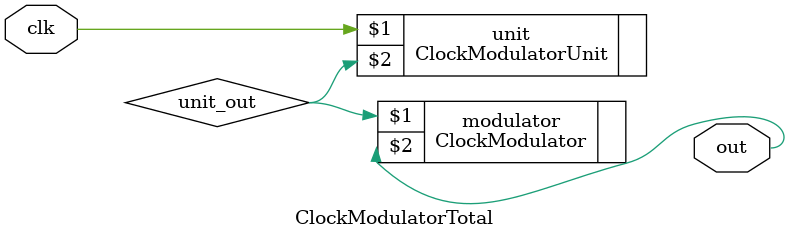
<source format=v>
`timescale 1ns / 1ps
module ClockModulatorTotal(
	 input clk,
	 output out
    );
	 wire unit_out;
	 ClockModulatorUnit unit(clk, unit_out);
	 ClockModulator modulator(unit_out, out);
endmodule

</source>
